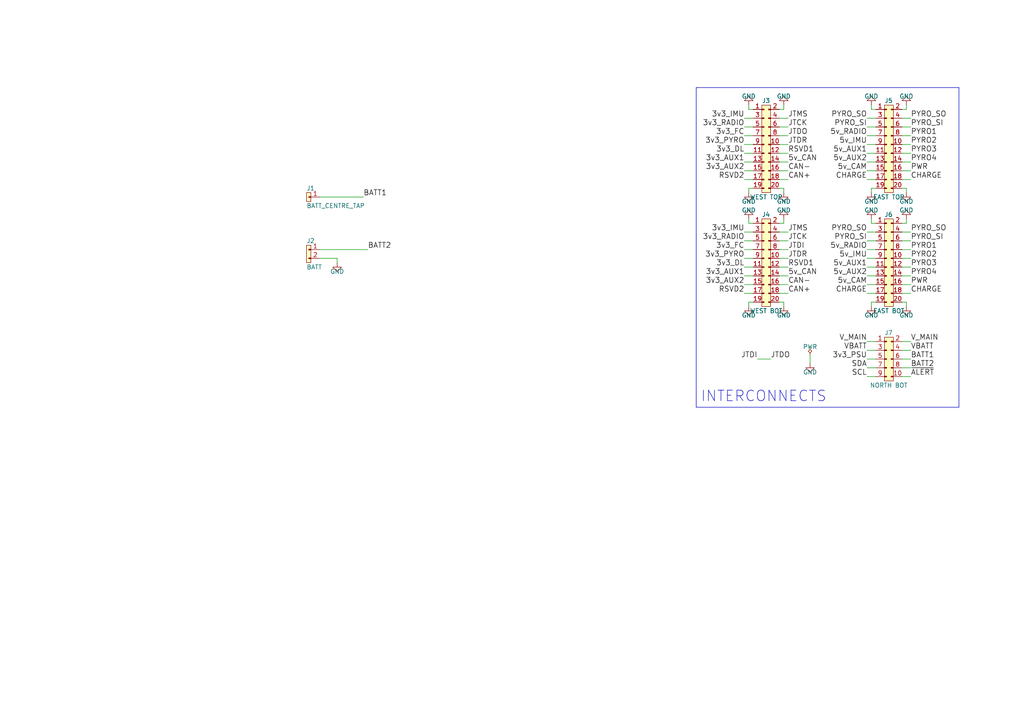
<source format=kicad_sch>
(kicad_sch (version 20230121) (generator eeschema)
  (paper "A4")
  (lib_symbols
    (symbol "Battery-Bottom-rescue:CONN_01x01" (pin_names (offset 0.0254) hide)
      (property "Reference" "J" (at -1.27 2.54 0))
      (property "Value" "CONN_01x01" (at -1.27 -2.54 0))
      (symbol "CONN_01x01_0_1"
        (rectangle (start 0 0.127) (end -0.635 -0.127) (fill (type outline)))
        (rectangle (start 0 1.27) (end -1.27 -1.27) (fill (type background)))
      )
      (symbol "CONN_01x01_1_1"
        (pin passive line (at 2.54 0 180) (length 2.54) (name "1") (number "1"))
      )
    )
    (symbol "Battery-Bottom-rescue:CONN_01x02" (pin_names (offset 0.0254) hide)
      (property "Reference" "J" (at -1.27 2.54 0))
      (property "Value" "CONN_01x02" (at -1.27 -5.08 0))
      (symbol "CONN_01x02_0_1"
        (rectangle (start 0 -2.413) (end -0.635 -2.667) (fill (type outline)))
        (rectangle (start 0 0.127) (end -0.635 -0.127) (fill (type outline)))
        (rectangle (start 0 1.27) (end -1.27 -3.81) (fill (type background)))
      )
      (symbol "CONN_01x02_1_1"
        (pin passive line (at 2.54 0 180) (length 2.54) (name "1") (number "1"))
        (pin passive line (at 2.54 -2.54 180) (length 2.54) (name "2") (number "2"))
      )
    )
    (symbol "Battery-Bottom-rescue:CONN_02x05" (pin_names (offset 0.0254) hide)
      (property "Reference" "J" (at -2.54 2.54 0))
      (property "Value" "CONN_02x05" (at -2.54 -12.7 0))
      (symbol "CONN_02x05_0_1"
        (rectangle (start -2.54 -10.033) (end -1.905 -10.287) (fill (type outline)))
        (rectangle (start -2.54 -7.493) (end -1.905 -7.747) (fill (type outline)))
        (rectangle (start -2.54 -4.953) (end -1.905 -5.207) (fill (type outline)))
        (rectangle (start -2.54 -2.413) (end -1.905 -2.667) (fill (type outline)))
        (rectangle (start -2.54 0.127) (end -1.905 -0.127) (fill (type outline)))
        (rectangle (start 0 -10.033) (end -0.635 -10.287) (fill (type outline)))
        (rectangle (start 0 -7.493) (end -0.635 -7.747) (fill (type outline)))
        (rectangle (start 0 -4.953) (end -0.635 -5.207) (fill (type outline)))
        (rectangle (start 0 -2.413) (end -0.635 -2.667) (fill (type outline)))
        (rectangle (start 0 0.127) (end -0.635 -0.127) (fill (type outline)))
        (rectangle (start 0 1.27) (end -2.54 -11.43) (fill (type background)))
      )
      (symbol "CONN_02x05_1_1"
        (pin passive line (at -5.08 0 0) (length 2.54) (name "1") (number "1"))
        (pin passive line (at 2.54 -10.16 180) (length 2.54) (name "10") (number "10"))
        (pin passive line (at 2.54 0 180) (length 2.54) (name "2") (number "2"))
        (pin passive line (at -5.08 -2.54 0) (length 2.54) (name "3") (number "3"))
        (pin passive line (at 2.54 -2.54 180) (length 2.54) (name "4") (number "4"))
        (pin passive line (at -5.08 -5.08 0) (length 2.54) (name "5") (number "5"))
        (pin passive line (at 2.54 -5.08 180) (length 2.54) (name "6") (number "6"))
        (pin passive line (at -5.08 -7.62 0) (length 2.54) (name "7") (number "7"))
        (pin passive line (at 2.54 -7.62 180) (length 2.54) (name "8") (number "8"))
        (pin passive line (at -5.08 -10.16 0) (length 2.54) (name "9") (number "9"))
      )
    )
    (symbol "Battery-Bottom-rescue:CONN_02x10" (pin_names (offset 0.0254) hide)
      (property "Reference" "J" (at -2.54 2.54 0))
      (property "Value" "CONN_02x10" (at -2.54 -25.4 0))
      (symbol "CONN_02x10_0_1"
        (rectangle (start -2.54 -22.733) (end -1.905 -22.987) (fill (type outline)))
        (rectangle (start -2.54 -20.193) (end -1.905 -20.447) (fill (type outline)))
        (rectangle (start -2.54 -17.653) (end -1.905 -17.907) (fill (type outline)))
        (rectangle (start -2.54 -15.113) (end -1.905 -15.367) (fill (type outline)))
        (rectangle (start -2.54 -12.573) (end -1.905 -12.827) (fill (type outline)))
        (rectangle (start -2.54 -10.033) (end -1.905 -10.287) (fill (type outline)))
        (rectangle (start -2.54 -7.493) (end -1.905 -7.747) (fill (type outline)))
        (rectangle (start -2.54 -4.953) (end -1.905 -5.207) (fill (type outline)))
        (rectangle (start -2.54 -2.413) (end -1.905 -2.667) (fill (type outline)))
        (rectangle (start -2.54 0.127) (end -1.905 -0.127) (fill (type outline)))
        (rectangle (start 0 -22.733) (end -0.635 -22.987) (fill (type outline)))
        (rectangle (start 0 -20.193) (end -0.635 -20.447) (fill (type outline)))
        (rectangle (start 0 -17.653) (end -0.635 -17.907) (fill (type outline)))
        (rectangle (start 0 -15.113) (end -0.635 -15.367) (fill (type outline)))
        (rectangle (start 0 -12.573) (end -0.635 -12.827) (fill (type outline)))
        (rectangle (start 0 -10.033) (end -0.635 -10.287) (fill (type outline)))
        (rectangle (start 0 -7.493) (end -0.635 -7.747) (fill (type outline)))
        (rectangle (start 0 -4.953) (end -0.635 -5.207) (fill (type outline)))
        (rectangle (start 0 -2.413) (end -0.635 -2.667) (fill (type outline)))
        (rectangle (start 0 0.127) (end -0.635 -0.127) (fill (type outline)))
        (rectangle (start 0 1.27) (end -2.54 -24.13) (fill (type background)))
      )
      (symbol "CONN_02x10_1_1"
        (pin passive line (at -5.08 0 0) (length 2.54) (name "1") (number "1"))
        (pin passive line (at 2.54 -10.16 180) (length 2.54) (name "10") (number "10"))
        (pin passive line (at -5.08 -12.7 0) (length 2.54) (name "11") (number "11"))
        (pin passive line (at 2.54 -12.7 180) (length 2.54) (name "12") (number "12"))
        (pin passive line (at -5.08 -15.24 0) (length 2.54) (name "13") (number "13"))
        (pin passive line (at 2.54 -15.24 180) (length 2.54) (name "14") (number "14"))
        (pin passive line (at -5.08 -17.78 0) (length 2.54) (name "15") (number "15"))
        (pin passive line (at 2.54 -17.78 180) (length 2.54) (name "16") (number "16"))
        (pin passive line (at -5.08 -20.32 0) (length 2.54) (name "17") (number "17"))
        (pin passive line (at 2.54 -20.32 180) (length 2.54) (name "18") (number "18"))
        (pin passive line (at -5.08 -22.86 0) (length 2.54) (name "19") (number "19"))
        (pin passive line (at 2.54 0 180) (length 2.54) (name "2") (number "2"))
        (pin passive line (at 2.54 -22.86 180) (length 2.54) (name "20") (number "20"))
        (pin passive line (at -5.08 -2.54 0) (length 2.54) (name "3") (number "3"))
        (pin passive line (at 2.54 -2.54 180) (length 2.54) (name "4") (number "4"))
        (pin passive line (at -5.08 -5.08 0) (length 2.54) (name "5") (number "5"))
        (pin passive line (at 2.54 -5.08 180) (length 2.54) (name "6") (number "6"))
        (pin passive line (at -5.08 -7.62 0) (length 2.54) (name "7") (number "7"))
        (pin passive line (at 2.54 -7.62 180) (length 2.54) (name "8") (number "8"))
        (pin passive line (at -5.08 -10.16 0) (length 2.54) (name "9") (number "9"))
      )
    )
    (symbol "Battery-Bottom-rescue:GND" (power) (pin_names (offset 0))
      (property "Value" "GND" (at 0 -3.81 0))
      (symbol "GND_0_1"
        (polyline (pts (xy 0 0) (xy 0 -1.27) (xy 1.27 -1.27) (xy 0 -2.54) (xy -1.27 -1.27) (xy 0 -1.27)))
      )
      (symbol "GND_1_1"
        (pin power_in line (at 0 0 270) (length 0) hide (name "GND") (number "1"))
      )
    )
    (symbol "Battery-Bottom-rescue:PWR" (power) (pin_numbers hide) (pin_names (offset 1.016) hide)
      (property "Value" "PWR" (at 0 2.286 0))
      (symbol "PWR_0_1"
        (polyline (pts (xy 0 0.508) (xy -0.508 1.016) (xy 0 1.524) (xy 0.508 1.016) (xy 0 0.508)) (fill (type background)))
      )
      (symbol "PWR_1_1"
        (pin power_out line (at 0 0 90) (length 0.508) (name "pwr") (number "1"))
      )
    )
  )
  (wire (pts (xy 218.44 52.07) (xy 215.9 52.07)))
  (wire (pts (xy 218.44 34.29) (xy 215.9 34.29)))
  (wire (pts (xy 261.62 46.99) (xy 264.16 46.99)))
  (wire (pts (xy 219.71 104.14) (xy 223.52 104.14)))
  (wire (pts (xy 264.16 49.53) (xy 261.62 49.53)))
  (wire (pts (xy 262.89 64.77) (xy 262.89 63.5)))
  (wire (pts (xy 264.16 69.85) (xy 261.62 69.85)))
  (wire (pts (xy 261.62 67.31) (xy 264.16 67.31)))
  (wire (pts (xy 261.62 39.37) (xy 264.16 39.37)))
  (wire (pts (xy 218.44 44.45) (xy 215.9 44.45)))
  (wire (pts (xy 218.44 77.47) (xy 215.9 77.47)))
  (wire (pts (xy 262.89 54.61) (xy 262.89 55.88)))
  (wire (pts (xy 254 82.55) (xy 251.46 82.55)))
  (wire (pts (xy 262.89 87.63) (xy 262.89 88.9)))
  (wire (pts (xy 251.46 69.85) (xy 254 69.85)))
  (wire (pts (xy 226.06 64.77) (xy 227.33 64.77)))
  (wire (pts (xy 217.17 87.63) (xy 217.17 88.9)))
  (wire (pts (xy 254 77.47) (xy 251.46 77.47)))
  (wire (pts (xy 226.06 54.61) (xy 227.33 54.61)))
  (wire (pts (xy 215.9 49.53) (xy 218.44 49.53)))
  (wire (pts (xy 252.73 31.75) (xy 252.73 30.48)))
  (wire (pts (xy 261.62 77.47) (xy 264.16 77.47)))
  (wire (pts (xy 217.17 54.61) (xy 217.17 55.88)))
  (wire (pts (xy 226.06 39.37) (xy 228.6 39.37)))
  (wire (pts (xy 226.06 34.29) (xy 228.6 34.29)))
  (wire (pts (xy 261.62 80.01) (xy 264.16 80.01)))
  (wire (pts (xy 226.06 52.07) (xy 228.6 52.07)))
  (wire (pts (xy 264.16 82.55) (xy 261.62 82.55)))
  (wire (pts (xy 252.73 87.63) (xy 252.73 88.9)))
  (wire (pts (xy 254 109.22) (xy 251.46 109.22)))
  (wire (pts (xy 227.33 54.61) (xy 227.33 55.88)))
  (wire (pts (xy 254 39.37) (xy 251.46 39.37)))
  (wire (pts (xy 261.62 34.29) (xy 264.16 34.29)))
  (wire (pts (xy 261.62 72.39) (xy 264.16 72.39)))
  (wire (pts (xy 218.44 74.93) (xy 215.9 74.93)))
  (wire (pts (xy 218.44 87.63) (xy 217.17 87.63)))
  (wire (pts (xy 218.44 36.83) (xy 215.9 36.83)))
  (wire (pts (xy 262.89 31.75) (xy 262.89 30.48)))
  (polyline (pts (xy 201.93 118.11) (xy 278.13 118.11)))
  (wire (pts (xy 251.46 41.91) (xy 254 41.91)))
  (wire (pts (xy 226.06 49.53) (xy 228.6 49.53)))
  (wire (pts (xy 254 34.29) (xy 251.46 34.29)))
  (wire (pts (xy 217.17 63.5) (xy 217.17 64.77)))
  (wire (pts (xy 254 104.14) (xy 251.46 104.14)))
  (wire (pts (xy 254 72.39) (xy 251.46 72.39)))
  (wire (pts (xy 264.16 41.91) (xy 261.62 41.91)))
  (wire (pts (xy 254 67.31) (xy 251.46 67.31)))
  (wire (pts (xy 218.44 41.91) (xy 215.9 41.91)))
  (wire (pts (xy 226.06 69.85) (xy 228.6 69.85)))
  (polyline (pts (xy 278.13 118.11) (xy 278.13 25.4)))
  (wire (pts (xy 217.17 31.75) (xy 218.44 31.75)))
  (wire (pts (xy 226.06 67.31) (xy 228.6 67.31)))
  (wire (pts (xy 226.06 80.01) (xy 228.6 80.01)))
  (wire (pts (xy 261.62 31.75) (xy 262.89 31.75)))
  (wire (pts (xy 226.06 77.47) (xy 228.6 77.47)))
  (wire (pts (xy 261.62 85.09) (xy 264.16 85.09)))
  (wire (pts (xy 227.33 64.77) (xy 227.33 63.5)))
  (polyline (pts (xy 201.93 25.4) (xy 201.93 118.11)))
  (wire (pts (xy 251.46 46.99) (xy 254 46.99)))
  (wire (pts (xy 251.46 52.07) (xy 254 52.07)))
  (wire (pts (xy 252.73 54.61) (xy 252.73 55.88)))
  (wire (pts (xy 261.62 54.61) (xy 262.89 54.61)))
  (wire (pts (xy 226.06 87.63) (xy 227.33 87.63)))
  (wire (pts (xy 218.44 69.85) (xy 215.9 69.85)))
  (wire (pts (xy 261.62 64.77) (xy 262.89 64.77)))
  (wire (pts (xy 226.06 82.55) (xy 228.6 82.55)))
  (wire (pts (xy 215.9 82.55) (xy 218.44 82.55)))
  (wire (pts (xy 227.33 87.63) (xy 227.33 88.9)))
  (wire (pts (xy 252.73 64.77) (xy 252.73 63.5)))
  (wire (pts (xy 261.62 87.63) (xy 262.89 87.63)))
  (wire (pts (xy 254 54.61) (xy 252.73 54.61)))
  (wire (pts (xy 226.06 85.09) (xy 228.6 85.09)))
  (wire (pts (xy 254 99.06) (xy 251.46 99.06)))
  (wire (pts (xy 261.62 101.6) (xy 264.16 101.6)))
  (wire (pts (xy 218.44 80.01) (xy 215.9 80.01)))
  (wire (pts (xy 254 31.75) (xy 252.73 31.75)))
  (wire (pts (xy 254 64.77) (xy 252.73 64.77)))
  (wire (pts (xy 234.95 102.87) (xy 234.95 105.41)))
  (wire (pts (xy 251.46 85.09) (xy 254 85.09)))
  (wire (pts (xy 218.44 54.61) (xy 217.17 54.61)))
  (wire (pts (xy 264.16 74.93) (xy 261.62 74.93)))
  (wire (pts (xy 254 101.6) (xy 251.46 101.6)))
  (wire (pts (xy 227.33 31.75) (xy 227.33 30.48)))
  (wire (pts (xy 254 87.63) (xy 252.73 87.63)))
  (wire (pts (xy 261.62 104.14) (xy 264.16 104.14)))
  (wire (pts (xy 261.62 52.07) (xy 264.16 52.07)))
  (wire (pts (xy 226.06 74.93) (xy 228.6 74.93)))
  (wire (pts (xy 97.79 74.93) (xy 97.79 76.2)))
  (wire (pts (xy 92.71 74.93) (xy 97.79 74.93)))
  (wire (pts (xy 251.46 36.83) (xy 254 36.83)))
  (wire (pts (xy 261.62 109.22) (xy 264.16 109.22)))
  (wire (pts (xy 226.06 72.39) (xy 228.6 72.39)))
  (wire (pts (xy 261.62 44.45) (xy 264.16 44.45)))
  (wire (pts (xy 218.44 72.39) (xy 215.9 72.39)))
  (wire (pts (xy 251.46 74.93) (xy 254 74.93)))
  (wire (pts (xy 92.71 72.39) (xy 106.68 72.39)))
  (wire (pts (xy 254 49.53) (xy 251.46 49.53)))
  (polyline (pts (xy 278.13 25.4) (xy 201.93 25.4)))
  (wire (pts (xy 218.44 85.09) (xy 215.9 85.09)))
  (wire (pts (xy 251.46 80.01) (xy 254 80.01)))
  (wire (pts (xy 254 106.68) (xy 251.46 106.68)))
  (wire (pts (xy 226.06 41.91) (xy 228.6 41.91)))
  (wire (pts (xy 92.71 57.15) (xy 105.41 57.15)))
  (wire (pts (xy 254 44.45) (xy 251.46 44.45)))
  (wire (pts (xy 261.62 106.68) (xy 264.16 106.68)))
  (wire (pts (xy 261.62 99.06) (xy 264.16 99.06)))
  (wire (pts (xy 218.44 39.37) (xy 215.9 39.37)))
  (wire (pts (xy 226.06 46.99) (xy 228.6 46.99)))
  (wire (pts (xy 226.06 31.75) (xy 227.33 31.75)))
  (wire (pts (xy 217.17 64.77) (xy 218.44 64.77)))
  (wire (pts (xy 264.16 36.83) (xy 261.62 36.83)))
  (wire (pts (xy 218.44 67.31) (xy 215.9 67.31)))
  (wire (pts (xy 226.06 36.83) (xy 228.6 36.83)))
  (wire (pts (xy 217.17 30.48) (xy 217.17 31.75)))
  (wire (pts (xy 226.06 44.45) (xy 228.6 44.45)))
  (wire (pts (xy 218.44 46.99) (xy 215.9 46.99)))
  (text "INTERCONNECTS" (at 203.2 116.84 0) (effects (font (size 3.048 3.048)) (justify left bottom)))
  (label "CHARGE" (at 264.16 85.09 0) (effects (font (size 1.524 1.524))))
  (label "BATT2" (at 106.68 72.39 0) (effects (font (size 1.524 1.524))))
  (label "PYRO_SI" (at 251.46 69.85 180) (effects (font (size 1.524 1.524))))
  (label "V_MAIN" (at 251.46 99.06 180) (effects (font (size 1.524 1.524))))
  (label "5v_AUX1" (at 251.46 77.47 180) (effects (font (size 1.524 1.524))))
  (label "JTDO" (at 228.6 39.37 0) (effects (font (size 1.524 1.524))))
  (label "CHARGE" (at 264.16 52.07 0) (effects (font (size 1.524 1.524))))
  (label "CHARGE" (at 251.46 85.09 180) (effects (font (size 1.524 1.524))))
  (label "PYRO1" (at 264.16 72.39 0) (effects (font (size 1.524 1.524))))
  (label "PWR" (at 264.16 82.55 0) (effects (font (size 1.524 1.524))))
  (label "PYRO2" (at 264.16 41.91 0) (effects (font (size 1.524 1.524))))
  (label "CAN-" (at 228.6 82.55 0) (effects (font (size 1.524 1.524))))
  (label "3v3_PYRO" (at 215.9 74.93 180) (effects (font (size 1.524 1.524))))
  (label "JTDR" (at 228.6 74.93 0) (effects (font (size 1.524 1.524))))
  (label "JTMS" (at 228.6 34.29 0) (effects (font (size 1.524 1.524))))
  (label "5v_AUX2" (at 251.46 46.99 180) (effects (font (size 1.524 1.524))))
  (label "BATT1" (at 264.16 104.14 0) (effects (font (size 1.524 1.524))))
  (label "RSVD1" (at 228.6 77.47 0) (effects (font (size 1.524 1.524))))
  (label "RSVD1" (at 228.6 44.45 0) (effects (font (size 1.524 1.524))))
  (label "PYRO_SO" (at 251.46 34.29 180) (effects (font (size 1.524 1.524))))
  (label "JTDO" (at 223.52 104.14 0) (effects (font (size 1.524 1.524))))
  (label "3v3_FC" (at 215.9 39.37 180) (effects (font (size 1.524 1.524))))
  (label "PYRO4" (at 264.16 46.99 0) (effects (font (size 1.524 1.524))))
  (label "BATT2" (at 264.16 106.68 0) (effects (font (size 1.524 1.524))))
  (label "VBATT" (at 251.46 101.6 180) (effects (font (size 1.524 1.524))))
  (label "~{ALERT}" (at 264.16 109.22 0) (effects (font (size 1.524 1.524))))
  (label "5v_IMU" (at 251.46 74.93 180) (effects (font (size 1.524 1.524))))
  (label "5v_AUX1" (at 251.46 44.45 180) (effects (font (size 1.524 1.524))))
  (label "3v3_AUX2" (at 215.9 49.53 180) (effects (font (size 1.524 1.524))))
  (label "PYRO_SO" (at 264.16 67.31 0) (effects (font (size 1.524 1.524))))
  (label "5v_CAN" (at 228.6 80.01 0) (effects (font (size 1.524 1.524))))
  (label "CHARGE" (at 251.46 52.07 180) (effects (font (size 1.524 1.524))))
  (label "3v3_DL" (at 215.9 77.47 180) (effects (font (size 1.524 1.524))))
  (label "RSVD2" (at 215.9 52.07 180) (effects (font (size 1.524 1.524))))
  (label "V_MAIN" (at 264.16 99.06 0) (effects (font (size 1.524 1.524))))
  (label "5v_RADIO" (at 251.46 39.37 180) (effects (font (size 1.524 1.524))))
  (label "PYRO_SI" (at 264.16 36.83 0) (effects (font (size 1.524 1.524))))
  (label "JTMS" (at 228.6 67.31 0) (effects (font (size 1.524 1.524))))
  (label "5v_CAM" (at 251.46 49.53 180) (effects (font (size 1.524 1.524))))
  (label "3v3_AUX1" (at 215.9 80.01 180) (effects (font (size 1.524 1.524))))
  (label "3v3_IMU" (at 215.9 67.31 180) (effects (font (size 1.524 1.524))))
  (label "PYRO_SI" (at 264.16 69.85 0) (effects (font (size 1.524 1.524))))
  (label "BATT1" (at 105.41 57.15 0) (effects (font (size 1.524 1.524))))
  (label "JTCK" (at 228.6 69.85 0) (effects (font (size 1.524 1.524))))
  (label "3v3_IMU" (at 215.9 34.29 180) (effects (font (size 1.524 1.524))))
  (label "5v_CAN" (at 228.6 46.99 0) (effects (font (size 1.524 1.524))))
  (label "PYRO3" (at 264.16 77.47 0) (effects (font (size 1.524 1.524))))
  (label "JTDR" (at 228.6 41.91 0) (effects (font (size 1.524 1.524))))
  (label "5v_AUX2" (at 251.46 80.01 180) (effects (font (size 1.524 1.524))))
  (label "3v3_AUX1" (at 215.9 46.99 180) (effects (font (size 1.524 1.524))))
  (label "3v3_PYRO" (at 215.9 41.91 180) (effects (font (size 1.524 1.524))))
  (label "JTDI" (at 228.6 72.39 0) (effects (font (size 1.524 1.524))))
  (label "5v_CAM" (at 251.46 82.55 180) (effects (font (size 1.524 1.524))))
  (label "3v3_RADIO" (at 215.9 36.83 180) (effects (font (size 1.524 1.524))))
  (label "3v3_AUX2" (at 215.9 82.55 180) (effects (font (size 1.524 1.524))))
  (label "5v_IMU" (at 251.46 41.91 180) (effects (font (size 1.524 1.524))))
  (label "SCL" (at 251.46 109.22 180) (effects (font (size 1.524 1.524))))
  (label "SDA" (at 251.46 106.68 180) (effects (font (size 1.524 1.524))))
  (label "PWR" (at 264.16 49.53 0) (effects (font (size 1.524 1.524))))
  (label "CAN-" (at 228.6 49.53 0) (effects (font (size 1.524 1.524))))
  (label "VBATT" (at 264.16 101.6 0) (effects (font (size 1.524 1.524))))
  (label "PYRO1" (at 264.16 39.37 0) (effects (font (size 1.524 1.524))))
  (label "PYRO2" (at 264.16 74.93 0) (effects (font (size 1.524 1.524))))
  (label "3v3_PSU" (at 251.46 104.14 180) (effects (font (size 1.524 1.524))))
  (label "3v3_FC" (at 215.9 72.39 180) (effects (font (size 1.524 1.524))))
  (label "3v3_RADIO" (at 215.9 69.85 180) (effects (font (size 1.524 1.524))))
  (label "JTDI" (at 219.71 104.14 180) (effects (font (size 1.524 1.524))))
  (label "3v3_DL" (at 215.9 44.45 180) (effects (font (size 1.524 1.524))))
  (label "CAN+" (at 228.6 52.07 0) (effects (font (size 1.524 1.524))))
  (label "5v_RADIO" (at 251.46 72.39 180) (effects (font (size 1.524 1.524))))
  (label "JTCK" (at 228.6 36.83 0) (effects (font (size 1.524 1.524))))
  (label "PYRO3" (at 264.16 44.45 0) (effects (font (size 1.524 1.524))))
  (label "PYRO_SO" (at 264.16 34.29 0) (effects (font (size 1.524 1.524))))
  (label "PYRO_SI" (at 251.46 36.83 180) (effects (font (size 1.524 1.524))))
  (label "PYRO4" (at 264.16 80.01 0) (effects (font (size 1.524 1.524))))
  (label "CAN+" (at 228.6 85.09 0) (effects (font (size 1.524 1.524))))
  (label "RSVD2" (at 215.9 85.09 180) (effects (font (size 1.524 1.524))))
  (label "PYRO_SO" (at 251.46 67.31 180) (effects (font (size 1.524 1.524))))
  (symbol (lib_id "Battery-Bottom-rescue:CONN_01x01") (at 90.17 57.15 0) (unit 1)
    (property "Reference" "J1" (at 88.9 54.61 0) (effects (justify left)))
    (property "Value" "BATT_CENTRE_TAP" (at 88.9 59.69 0) (effects (justify left)))
    (property "Footprint" "Socket_Strips:Socket_Strip_Straight_1x01" (effects hide))
  )
  (symbol (lib_id "Battery-Bottom-rescue:GND") (at 227.33 55.88 0) (unit 1)
    (property "Reference" "#PWR01" (effects hide))
    (property "Value" "GND" (at 227.33 58.42 0))
  )
  (symbol (lib_id "Battery-Bottom-rescue:GND") (at 217.17 55.88 0) (unit 1)
    (property "Reference" "#PWR02" (effects hide))
    (property "Value" "GND" (at 217.17 58.42 0))
  )
  (symbol (lib_id "Battery-Bottom-rescue:GND") (at 217.17 30.48 180) (unit 1)
    (property "Reference" "#PWR03" (effects hide))
    (property "Value" "GND" (at 217.17 27.94 0))
  )
  (symbol (lib_id "Battery-Bottom-rescue:GND") (at 227.33 30.48 180) (unit 1)
    (property "Reference" "#PWR04" (effects hide))
    (property "Value" "GND" (at 227.33 27.94 0))
  )
  (symbol (lib_id "Battery-Bottom-rescue:GND") (at 252.73 55.88 0) (unit 1)
    (property "Reference" "#PWR05" (effects hide))
    (property "Value" "GND" (at 252.73 58.42 0))
  )
  (symbol (lib_id "Battery-Bottom-rescue:GND") (at 262.89 55.88 0) (unit 1)
    (property "Reference" "#PWR06" (effects hide))
    (property "Value" "GND" (at 262.89 58.42 0))
  )
  (symbol (lib_id "Battery-Bottom-rescue:GND") (at 252.73 30.48 180) (unit 1)
    (property "Reference" "#PWR07" (effects hide))
    (property "Value" "GND" (at 252.73 27.94 0))
  )
  (symbol (lib_id "Battery-Bottom-rescue:GND") (at 262.89 30.48 180) (unit 1)
    (property "Reference" "#PWR08" (effects hide))
    (property "Value" "GND" (at 262.89 27.94 0))
  )
  (symbol (lib_id "Battery-Bottom-rescue:GND") (at 227.33 88.9 0) (unit 1)
    (property "Reference" "#PWR09" (effects hide))
    (property "Value" "GND" (at 227.33 91.44 0))
  )
  (symbol (lib_id "Battery-Bottom-rescue:GND") (at 217.17 88.9 0) (unit 1)
    (property "Reference" "#PWR010" (effects hide))
    (property "Value" "GND" (at 217.17 91.44 0))
  )
  (symbol (lib_id "Battery-Bottom-rescue:GND") (at 217.17 63.5 180) (unit 1)
    (property "Reference" "#PWR011" (effects hide))
    (property "Value" "GND" (at 217.17 60.96 0))
  )
  (symbol (lib_id "Battery-Bottom-rescue:GND") (at 227.33 63.5 180) (unit 1)
    (property "Reference" "#PWR012" (effects hide))
    (property "Value" "GND" (at 227.33 60.96 0))
  )
  (symbol (lib_id "Battery-Bottom-rescue:GND") (at 252.73 88.9 0) (unit 1)
    (property "Reference" "#PWR013" (effects hide))
    (property "Value" "GND" (at 252.73 91.44 0))
  )
  (symbol (lib_id "Battery-Bottom-rescue:GND") (at 262.89 88.9 0) (unit 1)
    (property "Reference" "#PWR014" (effects hide))
    (property "Value" "GND" (at 262.89 91.44 0))
  )
  (symbol (lib_id "Battery-Bottom-rescue:GND") (at 252.73 63.5 180) (unit 1)
    (property "Reference" "#PWR015" (effects hide))
    (property "Value" "GND" (at 252.73 60.96 0))
  )
  (symbol (lib_id "Battery-Bottom-rescue:GND") (at 262.89 63.5 180) (unit 1)
    (property "Reference" "#PWR016" (effects hide))
    (property "Value" "GND" (at 262.89 60.96 0))
  )
  (symbol (lib_id "Battery-Bottom-rescue:CONN_02x10") (at 223.52 31.75 0) (unit 1)
    (property "Reference" "J3" (at 220.98 29.21 0) (effects (justify left)))
    (property "Value" "WEST TOP" (at 222.25 57.15 0))
    (property "Footprint" "agg:TFML-110-02-L-D" (effects hide))
    (property "Samtec" "TFML-110-02-L-D" (effects hide))
  )
  (symbol (lib_id "Battery-Bottom-rescue:CONN_02x10") (at 259.08 31.75 0) (unit 1)
    (property "Reference" "J5" (at 256.54 29.21 0) (effects (justify left)))
    (property "Value" "EAST TOP" (at 257.81 57.15 0))
    (property "Footprint" "agg:TFML-110-02-L-D" (effects hide))
    (property "Samtec" "TFML-110-02-L-D" (effects hide))
  )
  (symbol (lib_id "Battery-Bottom-rescue:CONN_02x10") (at 223.52 64.77 0) (unit 1)
    (property "Reference" "J4" (at 220.98 62.23 0) (effects (justify left)))
    (property "Value" "WEST BOT" (at 222.25 90.17 0))
    (property "Footprint" "agg:SFML-110-02-L-D-LC" (effects hide))
    (property "Samtec" "SFML-110-02-L-D-LC" (effects hide))
  )
  (symbol (lib_id "Battery-Bottom-rescue:CONN_02x10") (at 259.08 64.77 0) (unit 1)
    (property "Reference" "J6" (at 256.54 62.23 0) (effects (justify left)))
    (property "Value" "EAST BOT" (at 257.81 90.17 0))
    (property "Footprint" "agg:SFML-110-02-L-D-LC" (effects hide))
    (property "Samtec" "SFML-110-02-L-D-LC" (effects hide))
  )
  (symbol (lib_id "Battery-Bottom-rescue:CONN_01x02") (at 90.17 72.39 0) (unit 1)
    (property "Reference" "J2" (at 88.9 69.85 0) (effects (justify left)))
    (property "Value" "BATT" (at 88.9 77.47 0) (effects (justify left)))
    (property "Footprint" "Socket_Strips:Socket_Strip_Straight_1x02" (effects hide))
  )
  (symbol (lib_id "Battery-Bottom-rescue:GND") (at 97.79 76.2 0) (unit 1)
    (property "Reference" "#PWR017" (effects hide))
    (property "Value" "GND" (at 97.79 78.74 0))
  )
  (symbol (lib_id "Battery-Bottom-rescue:CONN_02x05") (at 259.08 99.06 0) (unit 1)
    (property "Reference" "J7" (at 256.54 96.52 0) (effects (justify left)))
    (property "Value" "NORTH BOT" (at 257.81 111.76 0))
    (property "Footprint" "agg:SFML-105-02-L-D-LC" (effects hide))
  )
  (symbol (lib_id "Battery-Bottom-rescue:GND") (at 234.95 105.41 0) (unit 1)
    (property "Reference" "#PWR018" (effects hide))
    (property "Value" "GND" (at 234.95 107.95 0))
  )
  (symbol (lib_id "Battery-Bottom-rescue:PWR") (at 234.95 102.87 0) (unit 1)
    (property "Reference" "#FLG019" (effects hide))
    (property "Value" "PWR" (at 234.95 100.584 0))
  )
)
</source>
